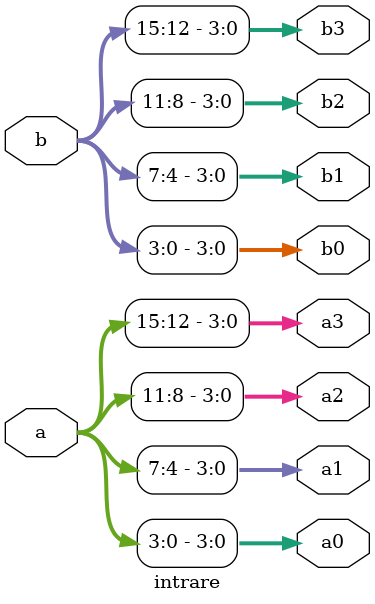
<source format=v>
`timescale 1ns / 1ps


module intrare(
    input [15:0] a,
    input [15:0] b,
    output [3:0] a0,
    output [3:0] a1,
    output [3:0] a2,
    output [3:0] a3,
    output [3:0] b0,
    output [3:0] b1,
    output [3:0] b2,
    output [3:0] b3
);

    assign a0 = a[3:0];
    assign a1 = a[7:4];
    assign a2 = a[11:8];
    assign a3 = a[15:12];
    
    assign b0 = b[3:0];
    assign b1 = b[7:4];
    assign b2 = b[11:8];
    assign b3 = b[15:12];
endmodule

</source>
